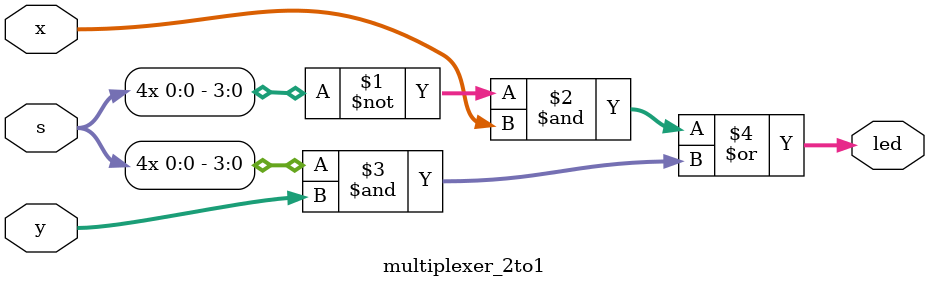
<source format=v>
module LAB1_1 (SW, LEDR);
	input [9:0] SW;
	output [3:0] LEDR;
	
	multiplexer_2to1 mux(SW[3:0], SW[7:4], SW[9], LEDR[3:0]);
endmodule

module multiplexer_2to1 (x, y, s, led);
	input [3:0] x, y;
	input s;
	output [3:0] led;
	
	assign led[3:0] = {{~{4{s}}}&x}|{{4{s}}&y};
endmodule

</source>
